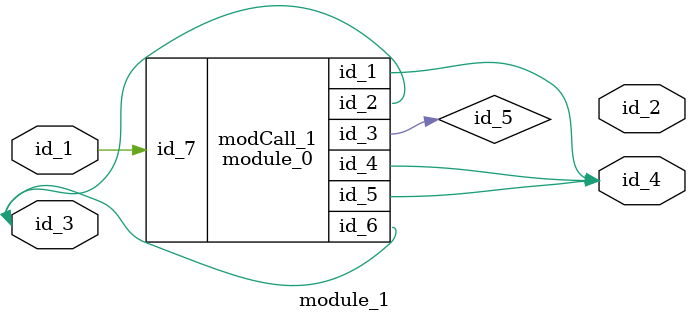
<source format=v>
module module_0 (
    id_1,
    id_2,
    id_3,
    id_4,
    id_5,
    id_6,
    id_7
);
  input wire id_7;
  inout wire id_6;
  output wire id_5;
  output wire id_4;
  inout wire id_3;
  inout wire id_2;
  output wire id_1;
  wire id_8;
  wire id_9;
endmodule
module module_1 (
    id_1,
    id_2,
    id_3,
    id_4
);
  output wire id_4;
  inout wire id_3;
  output wire id_2;
  inout wire id_1;
  wire id_5;
  module_0 modCall_1 (
      id_4,
      id_3,
      id_5,
      id_4,
      id_4,
      id_3,
      id_1
  );
endmodule

</source>
